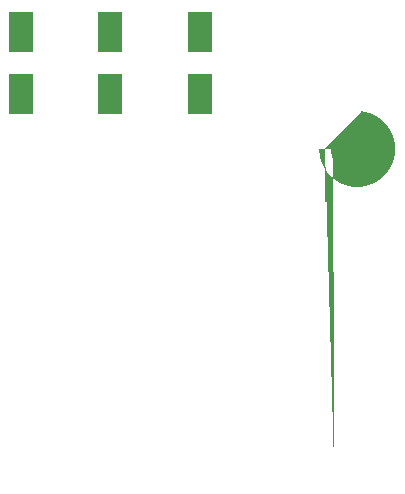
<source format=gbr>
%TF.GenerationSoftware,KiCad,Pcbnew,(6.0.4-0)*%
%TF.CreationDate,2022-06-24T15:18:25+02:00*%
%TF.ProjectId,GlowTubeLEDconnectorA_PCB,476c6f77-5475-4626-954c-4544636f6e6e,rev?*%
%TF.SameCoordinates,Original*%
%TF.FileFunction,Soldermask,Bot*%
%TF.FilePolarity,Negative*%
%FSLAX46Y46*%
G04 Gerber Fmt 4.6, Leading zero omitted, Abs format (unit mm)*
G04 Created by KiCad (PCBNEW (6.0.4-0)) date 2022-06-24 15:18:25*
%MOMM*%
%LPD*%
G01*
G04 APERTURE LIST*
G04 Aperture macros list*
%AMFreePoly0*
4,1,112,3.105582,3.191654,3.458980,3.129341,3.803230,3.028022,4.134041,2.888962,4.447289,2.713894,4.739071,2.504999,5.005748,2.264881,5.243998,1.996534,5.450851,1.703301,5.623729,1.388838,5.760476,1.057065,5.859388,0.712116,5.919233,0.358291,5.939265,0.000000,5.938012,-0.089748,5.907984,-0.447339,5.838283,-0.799355,5.729777,-1.141408,5.583820,-1.469234,5.402230,-1.778747,
5.187270,-2.066090,4.941620,-2.327680,4.668342,-2.560258,4.370841,-2.760925,4.052827,-2.927179,3.718263,-3.056948,3.371318,-3.148614,3.016317,-3.201036,2.657686,-3.213560,2.299893,-3.186029,1.947399,-3.118788,1.604597,-3.012673,1.275760,-2.869007,0.964987,-2.689582,0.676150,-2.476634,0.412851,-2.232816,0.178371,-1.961168,-0.024367,-1.665076,-0.192837,-1.348230,-0.324939,-1.014580,
-0.419026,-0.668283,-0.473925,-0.313657,-0.481420,-0.134825,-0.481581,-0.134460,-0.499164,0.000000,0.505984,0.000000,0.524968,-0.289640,0.581595,-0.574324,0.674897,-0.849181,0.803276,-1.109508,0.964536,-1.350851,1.155919,-1.569081,1.374149,-1.760464,1.615492,-1.921724,1.875819,-2.050103,2.150676,-2.143405,2.435360,-2.200032,2.725000,-2.219016,3.014640,-2.200032,3.299324,-2.143405,
3.574181,-2.050103,3.834508,-1.921724,4.075851,-1.760464,4.294081,-1.569081,4.485464,-1.350851,4.646724,-1.109508,4.775103,-0.849181,4.868405,-0.574324,4.925032,-0.289640,4.944016,0.000000,4.925032,0.289640,4.868405,0.574324,4.775103,0.849181,4.646724,1.109508,4.485464,1.350851,4.294081,1.569081,4.075851,1.760464,3.834508,1.921724,3.574181,2.050103,3.299324,2.143405,
3.014640,2.200032,2.725000,2.219016,2.435360,2.200032,2.150676,2.143405,1.875819,2.050103,1.615492,1.921724,1.374149,1.760464,1.155919,1.569081,0.964536,1.350851,0.803276,1.109508,0.674897,0.849181,0.581595,0.574324,0.524968,0.289640,0.505984,0.000000,-0.499164,0.000000,-0.499963,0.006109,-0.484897,0.102868,-0.463920,0.402854,-0.399140,0.755809,-0.295421,1.099343,
-0.154055,1.429175,0.023196,1.741194,0.234123,2.031510,0.476097,2.296505,0.746101,2.532875,1.040770,2.737676,1.356433,2.908354,1.689153,3.042782,2.034784,3.139284,2.389018,3.196657,2.747440,3.214187,3.105582,3.191654,3.105582,3.191654,$1*%
G04 Aperture macros list end*
%ADD10FreePoly0,180.000000*%
%ADD11R,2.000000X3.500000*%
G04 APERTURE END LIST*
D10*
%TO.C,U3*%
X115657800Y-79980000D03*
%TD*%
D11*
%TO.C,P6*%
X89950000Y-70060000D03*
%TD*%
%TO.C,P4*%
X105090000Y-75260800D03*
%TD*%
%TO.C,P3*%
X89950000Y-75260800D03*
%TD*%
%TO.C,P2*%
X97480000Y-70060000D03*
%TD*%
%TO.C,P5*%
X97480000Y-75260800D03*
%TD*%
%TO.C,P1*%
X105090000Y-70060000D03*
%TD*%
M02*

</source>
